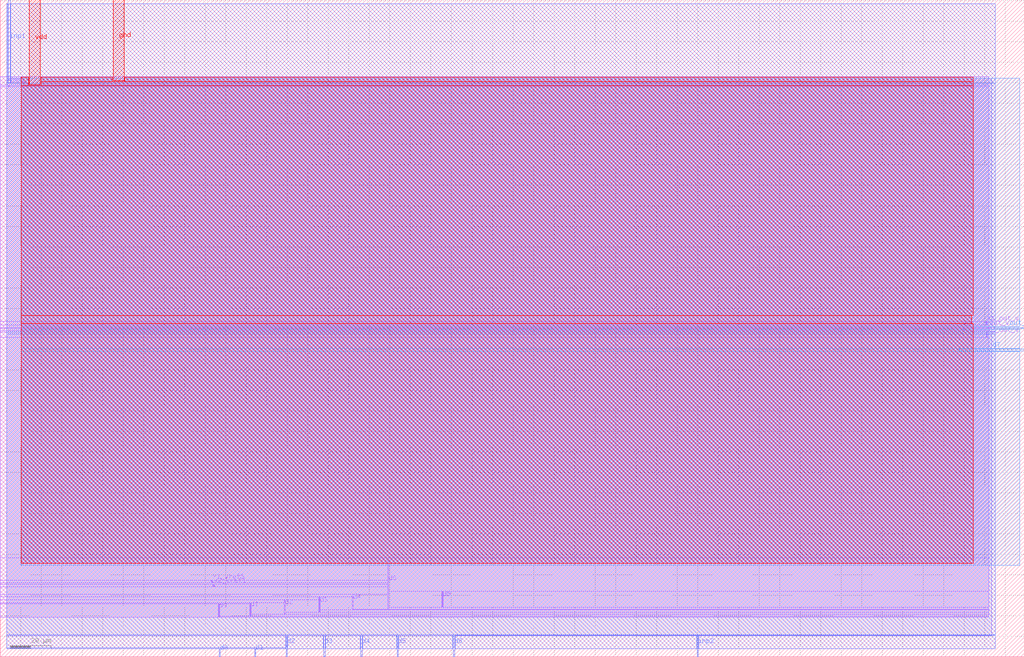
<source format=lef>
VERSION 5.7 ;
  NOWIREEXTENSIONATPIN ON ;
  DIVIDERCHAR "/" ;
  BUSBITCHARS "[]" ;
MACRO DAC_8BIT
  CLASS BLOCK ;
  FOREIGN DAC_8BIT ;
  ORIGIN 0.000 0.000 ;
  SIZE 499.220 BY 320.560 ;
  PIN d0
    PORT
      LAYER li1 ;
        RECT 106.460 19.395 106.760 25.600 ;
    END
    PORT
      LAYER met2 ;
        RECT 106.710 0.000 107.290 4.000 ;
    END
  END d0
  PIN d1
    PORT
      LAYER li1 ;
        RECT 121.850 19.960 122.150 26.270 ;
    END
    PORT
      LAYER met2 ;
        RECT 124.095 0.000 124.675 4.000 ;
    END
  END d1
  PIN d2
    PORT
      LAYER li1 ;
        RECT 138.550 20.880 138.850 27.510 ;
    END
    PORT
      LAYER met2 ;
        RECT 139.380 0.000 139.960 10.345 ;
    END
  END d2
  PIN d3
    PORT
      LAYER li1 ;
        RECT 155.520 21.790 155.820 28.980 ;
    END
    PORT
      LAYER met2 ;
        RECT 157.775 0.000 158.355 10.345 ;
    END
  END d3
  PIN d4
    PORT
      LAYER li1 ;
        RECT 171.730 23.100 172.030 30.410 ;
    END
    PORT
      LAYER met2 ;
        RECT 175.845 0.000 176.425 10.340 ;
    END
  END d4
  PIN d5
    PORT
      LAYER li1 ;
        RECT 189.040 23.410 189.340 48.150 ;
    END
    PORT
      LAYER met2 ;
        RECT 193.520 0.000 194.100 10.340 ;
    END
  END d5
  PIN d6
    PORT
      LAYER li1 ;
        RECT 215.460 24.380 215.790 31.770 ;
    END
    PORT
      LAYER met2 ;
        RECT 220.960 0.000 221.540 10.345 ;
    END
  END d6
  PIN x2_out_v
    PORT
      LAYER li1 ;
        RECT 480.860 155.910 481.070 158.160 ;
    END
  END x2_out_v
  PIN x1_out_v
    PORT
      LAYER li1 ;
        RECT 480.750 161.920 480.980 163.420 ;
    END
  END x1_out_v
  PIN out_v
    PORT
      LAYER li1 ;
        RECT 481.825 160.250 482.600 160.570 ;
    END
    PORT
      LAYER met3 ;
        RECT 484.820 160.105 499.220 160.705 ;
    END
  END out_v
  PIN d7
    PORT
      LAYER li1 ;
        RECT 469.650 159.460 469.835 159.920 ;
    END
    PORT
      LAYER met3 ;
        RECT 467.920 149.270 499.220 150.070 ;
    END
  END d7
  PIN inp1
    PORT
      LAYER li1 ;
        RECT 3.980 278.435 4.270 278.670 ;
    END
    PORT
      LAYER met2 ;
        RECT 3.995 280.105 4.885 320.560 ;
    END
  END inp1
  PIN x2_vref1
    PORT
      LAYER li1 ;
        RECT 103.880 34.250 104.390 35.180 ;
    END
  END x2_vref1
  PIN x1_vref5
    PORT
      LAYER li1 ;
        RECT 103.000 36.230 103.510 37.100 ;
    END
  END x1_vref5
  PIN inp2
    PORT
      LAYER met2 ;
        RECT 339.785 0.000 340.365 10.275 ;
    END
  END inp2

  PIN gnd
    USE GROUND ;
    PORT
      LAYER met4 ;
        RECT 55.030 281.005 60.350 320.560 ;
    END
  END gnd
  PIN vdd
    USE POWER ;
    PORT
      LAYER met4 ;
        RECT 14.185 279.130 19.505 320.560 ;
    END
  END vdd
  OBS
      LAYER li1 ;
        RECT 0.000 278.840 481.825 283.120 ;
        RECT 0.000 278.265 3.810 278.840 ;
        RECT 4.440 278.265 481.825 278.840 ;
        RECT 0.000 163.590 481.825 278.265 ;
        RECT 0.000 161.750 480.580 163.590 ;
        RECT 481.150 161.750 481.825 163.590 ;
        RECT 0.000 160.740 481.825 161.750 ;
        RECT 0.000 160.090 481.655 160.740 ;
        RECT 0.000 159.290 469.480 160.090 ;
        RECT 470.005 160.080 481.655 160.090 ;
        RECT 470.005 159.290 481.825 160.080 ;
        RECT 0.000 158.330 481.825 159.290 ;
        RECT 0.000 155.740 480.690 158.330 ;
        RECT 481.240 155.740 481.825 158.330 ;
        RECT 0.000 48.320 481.825 155.740 ;
        RECT 0.000 37.270 188.870 48.320 ;
        RECT 0.000 36.060 102.830 37.270 ;
        RECT 103.680 36.060 188.870 37.270 ;
        RECT 0.000 35.350 188.870 36.060 ;
        RECT 0.000 34.080 103.710 35.350 ;
        RECT 104.560 34.080 188.870 35.350 ;
        RECT 0.000 30.580 188.870 34.080 ;
        RECT 0.000 29.150 171.560 30.580 ;
        RECT 0.000 27.680 155.350 29.150 ;
        RECT 0.000 26.440 138.380 27.680 ;
        RECT 0.000 25.770 121.680 26.440 ;
        RECT 0.000 19.225 106.290 25.770 ;
        RECT 106.930 19.790 121.680 25.770 ;
        RECT 122.320 20.710 138.380 26.440 ;
        RECT 139.020 21.620 155.350 27.680 ;
        RECT 155.990 22.930 171.560 29.150 ;
        RECT 172.200 23.240 188.870 30.580 ;
        RECT 189.510 31.940 481.825 48.320 ;
        RECT 189.510 24.210 215.290 31.940 ;
        RECT 215.960 24.210 481.825 31.940 ;
        RECT 189.510 23.240 481.825 24.210 ;
        RECT 172.200 22.930 481.825 23.240 ;
        RECT 155.990 21.620 481.825 22.930 ;
        RECT 139.020 20.710 481.825 21.620 ;
        RECT 122.320 19.790 481.825 20.710 ;
        RECT 106.930 19.225 481.825 19.790 ;
        RECT 0.000 19.150 481.825 19.225 ;
      LAYER met1 ;
        RECT 3.125 10.265 483.290 282.230 ;
      LAYER met2 ;
        RECT 3.125 279.825 3.715 318.560 ;
        RECT 5.165 279.825 485.000 318.560 ;
        RECT 3.125 158.550 485.000 279.825 ;
        RECT 3.125 157.530 469.390 158.550 ;
        RECT 470.645 157.530 485.000 158.550 ;
        RECT 3.125 10.625 485.000 157.530 ;
        RECT 3.125 4.280 139.100 10.625 ;
        RECT 3.125 4.000 106.430 4.280 ;
        RECT 107.570 4.000 123.815 4.280 ;
        RECT 124.955 4.000 139.100 4.280 ;
        RECT 140.240 4.000 157.495 10.625 ;
        RECT 158.635 10.620 220.680 10.625 ;
        RECT 158.635 4.000 175.565 10.620 ;
        RECT 176.705 4.000 193.240 10.620 ;
        RECT 194.380 4.000 220.680 10.620 ;
        RECT 221.820 10.555 485.000 10.625 ;
        RECT 221.820 4.000 339.505 10.555 ;
        RECT 340.645 4.000 485.000 10.555 ;
      LAYER met3 ;
        RECT 10.220 161.105 497.080 282.315 ;
        RECT 10.220 159.705 484.420 161.105 ;
        RECT 10.220 150.470 497.080 159.705 ;
        RECT 10.220 148.870 467.520 150.470 ;
        RECT 10.220 44.630 497.080 148.870 ;
      LAYER met4 ;
        RECT 10.230 278.730 13.785 282.810 ;
        RECT 19.905 280.605 54.630 282.810 ;
        RECT 60.750 280.605 474.450 282.810 ;
        RECT 19.905 278.730 474.450 280.605 ;
        RECT 10.230 166.410 474.450 278.730 ;
        RECT 10.230 162.560 473.680 166.410 ;
        RECT 10.230 45.490 474.450 162.560 ;
  END
END DAC_8BIT
END LIBRARY


</source>
